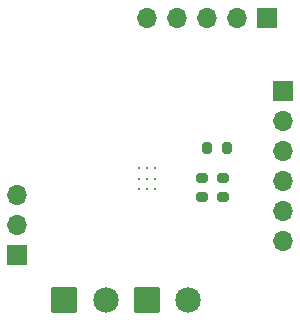
<source format=gbr>
%TF.GenerationSoftware,KiCad,Pcbnew,8.0.6-8.0.6-0~ubuntu24.04.1*%
%TF.CreationDate,2024-12-07T14:27:23-08:00*%
%TF.ProjectId,reaction_wheel,72656163-7469-46f6-9e5f-776865656c2e,v1a*%
%TF.SameCoordinates,Original*%
%TF.FileFunction,Soldermask,Bot*%
%TF.FilePolarity,Negative*%
%FSLAX46Y46*%
G04 Gerber Fmt 4.6, Leading zero omitted, Abs format (unit mm)*
G04 Created by KiCad (PCBNEW 8.0.6-8.0.6-0~ubuntu24.04.1) date 2024-12-07 14:27:23*
%MOMM*%
%LPD*%
G01*
G04 APERTURE LIST*
G04 Aperture macros list*
%AMRoundRect*
0 Rectangle with rounded corners*
0 $1 Rounding radius*
0 $2 $3 $4 $5 $6 $7 $8 $9 X,Y pos of 4 corners*
0 Add a 4 corners polygon primitive as box body*
4,1,4,$2,$3,$4,$5,$6,$7,$8,$9,$2,$3,0*
0 Add four circle primitives for the rounded corners*
1,1,$1+$1,$2,$3*
1,1,$1+$1,$4,$5*
1,1,$1+$1,$6,$7*
1,1,$1+$1,$8,$9*
0 Add four rect primitives between the rounded corners*
20,1,$1+$1,$2,$3,$4,$5,0*
20,1,$1+$1,$4,$5,$6,$7,0*
20,1,$1+$1,$6,$7,$8,$9,0*
20,1,$1+$1,$8,$9,$2,$3,0*%
G04 Aperture macros list end*
%ADD10R,1.700000X1.700000*%
%ADD11O,1.700000X1.700000*%
%ADD12C,0.337500*%
%ADD13RoundRect,0.063500X-1.016000X-1.016000X1.016000X-1.016000X1.016000X1.016000X-1.016000X1.016000X0*%
%ADD14C,2.159000*%
%ADD15RoundRect,0.200000X0.275000X-0.200000X0.275000X0.200000X-0.275000X0.200000X-0.275000X-0.200000X0*%
%ADD16RoundRect,0.200000X0.200000X0.275000X-0.200000X0.275000X-0.200000X-0.275000X0.200000X-0.275000X0*%
G04 APERTURE END LIST*
D10*
%TO.C,J1*%
X147962500Y-70942500D03*
D11*
X147962500Y-73482500D03*
X147962500Y-76022500D03*
X147962500Y-78562500D03*
X147962500Y-81102500D03*
X147962500Y-83642500D03*
%TD*%
D12*
%TO.C,U1*%
X135787500Y-77437500D03*
X135787500Y-78362500D03*
X135787500Y-79287500D03*
X136462500Y-77437500D03*
X136462500Y-78362500D03*
X136462500Y-79287500D03*
X137137500Y-77437500D03*
X137137500Y-78362500D03*
X137137500Y-79287500D03*
%TD*%
D10*
%TO.C,J4*%
X125462500Y-84822500D03*
D11*
X125462500Y-82282500D03*
X125462500Y-79742500D03*
%TD*%
D10*
%TO.C,J2*%
X146652500Y-64762500D03*
D11*
X144112500Y-64762500D03*
X141572500Y-64762500D03*
X139032500Y-64762500D03*
X136492500Y-64762500D03*
%TD*%
D13*
%TO.C,J3*%
X136462500Y-88612500D03*
D14*
X139962500Y-88612500D03*
%TD*%
D13*
%TO.C,J5*%
X129462500Y-88612500D03*
D14*
X132962500Y-88612500D03*
%TD*%
D15*
%TO.C,R8*%
X142887500Y-79937500D03*
X142887500Y-78287500D03*
%TD*%
%TO.C,R7*%
X141087500Y-79937500D03*
X141087500Y-78287500D03*
%TD*%
D16*
%TO.C,R3*%
X143212500Y-75812500D03*
X141562500Y-75812500D03*
%TD*%
M02*

</source>
